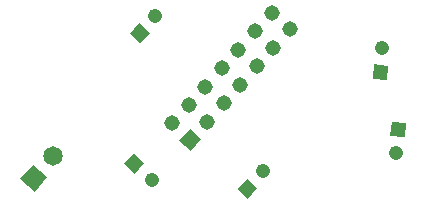
<source format=gbr>
G04 EAGLE Gerber RS-274X export*
G75*
%MOMM*%
%FSLAX34Y34*%
%LPD*%
%INBottom Copper*%
%IPPOS*%
%AMOC8*
5,1,8,0,0,1.08239X$1,22.5*%
G01*
G04 Define Apertures*
%ADD10C,1.208000*%
%ADD11R,1.208000X1.208000*%
%ADD12R,1.650000X1.650000*%
%ADD13C,1.650000*%
%ADD14R,1.308000X1.308000*%
%ADD15C,1.308000*%
D10*
X364116Y75192D03*
D11*
G36*
X372403Y100606D02*
X371350Y88573D01*
X359317Y89626D01*
X360370Y101659D01*
X372403Y100606D01*
G37*
D10*
X157174Y52870D03*
D11*
G36*
X142248Y75046D02*
X151082Y66808D01*
X142844Y57974D01*
X134010Y66212D01*
X142248Y75046D01*
G37*
D10*
X251498Y59956D03*
D11*
G36*
X229586Y44647D02*
X237669Y53624D01*
X246646Y45541D01*
X238563Y36564D01*
X229586Y44647D01*
G37*
D10*
X352653Y163863D03*
D11*
G36*
X344366Y138449D02*
X345419Y150482D01*
X357452Y149429D01*
X356399Y137396D01*
X344366Y138449D01*
G37*
D10*
X160473Y191483D03*
D11*
G36*
X138561Y176174D02*
X146644Y185151D01*
X155621Y177068D01*
X147538Y168091D01*
X138561Y176174D01*
G37*
D12*
G36*
X68890Y54632D02*
X58065Y42181D01*
X45614Y53006D01*
X56439Y65457D01*
X68890Y54632D01*
G37*
D13*
X73916Y72989D03*
D14*
G36*
X199241Y86846D02*
X190489Y77126D01*
X180769Y85878D01*
X189521Y95598D01*
X199241Y86846D01*
G37*
D15*
X246212Y148786D03*
X204057Y101968D03*
X232161Y133180D03*
X218109Y117574D03*
X260264Y164392D03*
X274316Y179998D03*
X174399Y100414D03*
X230606Y162838D03*
X188451Y116020D03*
X216554Y147232D03*
X202503Y131626D03*
X244658Y178444D03*
X258710Y194050D03*
M02*

</source>
